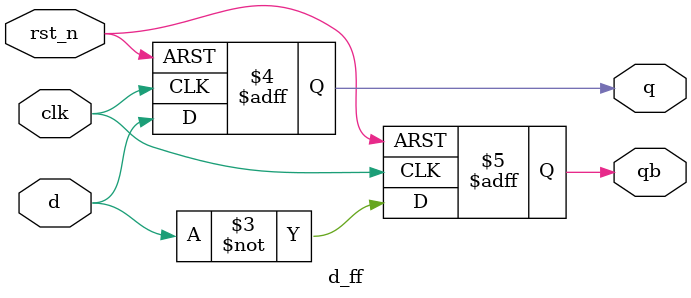
<source format=v>


`timescale 1ns / 1ps

module d_ff(
    output reg q,
    output reg qb,
    input d,
    input rst_n,
    input clk
    );

    always @(posedge clk or negedge rst_n)
        if (!rst_n)
        begin
            q <= 0;
            qb <= 1;
        end
        else
        begin
            q <= d;
            qb <= ~d;
        end

endmodule

</source>
